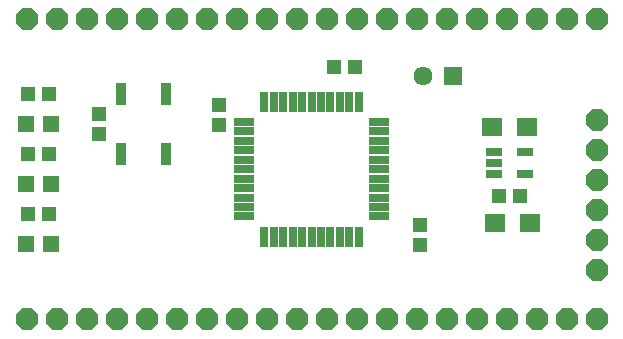
<source format=gts>
G75*
G70*
%OFA0B0*%
%FSLAX24Y24*%
%IPPOS*%
%LPD*%
%AMOC8*
5,1,8,0,0,1.08239X$1,22.5*
%
%ADD10OC8,0.0720*%
%ADD11R,0.0474X0.0513*%
%ADD12R,0.0513X0.0474*%
%ADD13R,0.0710X0.0631*%
%ADD14R,0.0380X0.0730*%
%ADD15R,0.0552X0.0552*%
%ADD16R,0.0552X0.0297*%
%ADD17R,0.0277X0.0671*%
%ADD18R,0.0671X0.0277*%
%ADD19R,0.0635X0.0635*%
%ADD20C,0.0635*%
D10*
X003006Y001161D03*
X004006Y001161D03*
X005006Y001161D03*
X006006Y001161D03*
X007006Y001161D03*
X008006Y001161D03*
X009006Y001161D03*
X010006Y001161D03*
X011006Y001161D03*
X012006Y001161D03*
X013006Y001161D03*
X014006Y001161D03*
X015006Y001161D03*
X016006Y001161D03*
X017006Y001161D03*
X018006Y001161D03*
X019006Y001161D03*
X020006Y001161D03*
X021006Y001161D03*
X022006Y001161D03*
X022006Y002811D03*
X022006Y003811D03*
X022006Y004811D03*
X022006Y005811D03*
X022006Y006811D03*
X022006Y007811D03*
X022006Y011161D03*
X021006Y011161D03*
X020006Y011161D03*
X019006Y011161D03*
X018006Y011161D03*
X017006Y011161D03*
X016006Y011161D03*
X015006Y011161D03*
X014006Y011161D03*
X013006Y011161D03*
X012006Y011161D03*
X011006Y011161D03*
X010006Y011161D03*
X009006Y011161D03*
X008006Y011161D03*
X007006Y011161D03*
X006006Y011161D03*
X005006Y011161D03*
X004006Y011161D03*
X003006Y011161D03*
D11*
X003071Y008661D03*
X003740Y008661D03*
X003740Y006661D03*
X003071Y006661D03*
X003071Y004661D03*
X003740Y004661D03*
X009406Y007627D03*
X009406Y008296D03*
X016106Y004296D03*
X016106Y003627D03*
D12*
X018771Y005261D03*
X019440Y005261D03*
X013940Y009561D03*
X013271Y009561D03*
X005406Y007996D03*
X005406Y007327D03*
D13*
X018515Y007561D03*
X019696Y007561D03*
X019796Y004361D03*
X018615Y004361D03*
D14*
X007656Y006661D03*
X006156Y006661D03*
X006156Y008661D03*
X007656Y008661D03*
D15*
X003819Y007661D03*
X002992Y007661D03*
X002992Y005661D03*
X003819Y005661D03*
X003819Y003661D03*
X002992Y003661D03*
D16*
X018594Y005987D03*
X018594Y006361D03*
X018594Y006735D03*
X019617Y006735D03*
X019617Y005987D03*
D17*
X014080Y003917D03*
X013766Y003917D03*
X013451Y003917D03*
X013136Y003917D03*
X012821Y003917D03*
X012506Y003917D03*
X012191Y003917D03*
X011876Y003917D03*
X011561Y003917D03*
X011246Y003917D03*
X010931Y003917D03*
X010931Y008405D03*
X011246Y008405D03*
X011561Y008405D03*
X011876Y008405D03*
X012191Y008405D03*
X012506Y008405D03*
X012821Y008405D03*
X013136Y008405D03*
X013451Y008405D03*
X013766Y008405D03*
X014080Y008405D03*
D18*
X014750Y007736D03*
X014750Y007421D03*
X014750Y007106D03*
X014750Y006791D03*
X014750Y006476D03*
X014750Y006161D03*
X014750Y005846D03*
X014750Y005531D03*
X014750Y005216D03*
X014750Y004901D03*
X014750Y004586D03*
X010262Y004586D03*
X010262Y004901D03*
X010262Y005216D03*
X010262Y005531D03*
X010262Y005846D03*
X010262Y006161D03*
X010262Y006476D03*
X010262Y006791D03*
X010262Y007106D03*
X010262Y007421D03*
X010262Y007736D03*
D19*
X017206Y009261D03*
D20*
X016206Y009261D03*
M02*

</source>
